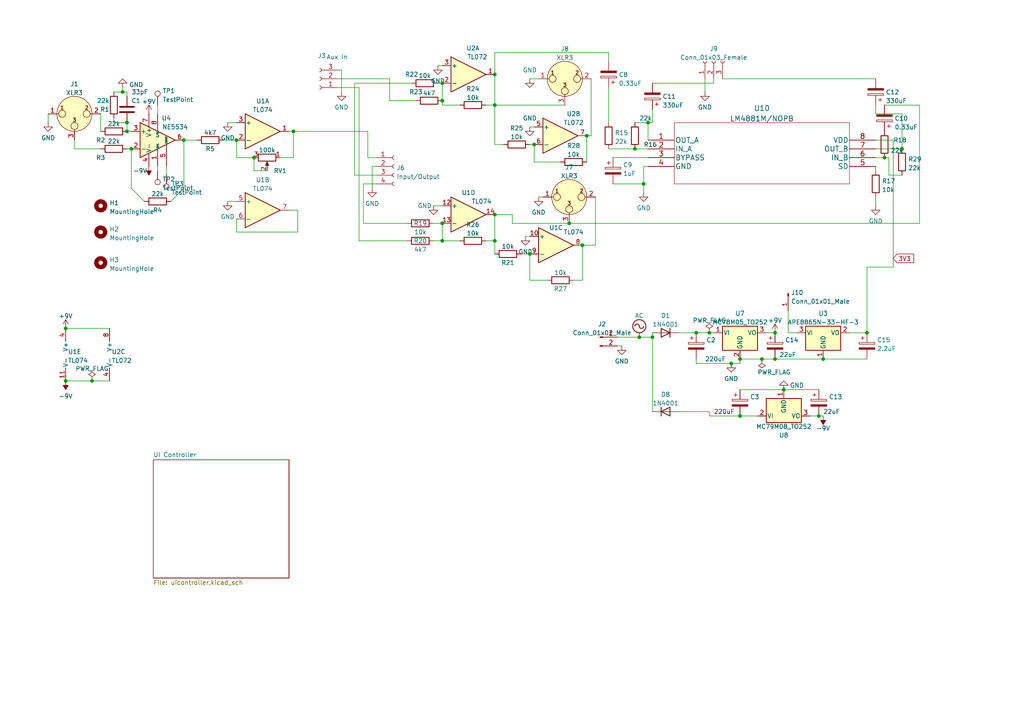
<source format=kicad_sch>
(kicad_sch (version 20230121) (generator eeschema)
  (paper "A4")
  (lib_symbols
    (symbol "2023-02-24_23-31-36:LM4881M{slash}NOPB" (pin_names (offset 0.254))
      (property "Value" "LM4881M{slash}NOPB" (at 33.02 7.62 0))
      (symbol "LM4881M{slash}NOPB_1_1"
        (polyline (pts (xy 7.62 -12.7) (xy 58.42 -12.7)) (stroke (width 0.127)))
        (polyline (pts (xy 7.62 5.08) (xy 7.62 -12.7)) (stroke (width 0.127)))
        (polyline (pts (xy 58.42 -12.7) (xy 58.42 5.08)) (stroke (width 0.127)))
        (polyline (pts (xy 58.42 5.08) (xy 7.62 5.08)) (stroke (width 0.127)))
        (pin output line (at 0 0 0) (length 7.62) (name "OUT_A") (number "1"))
        (pin input line (at 0 -2.54 0) (length 7.62) (name "IN_A") (number "2"))
        (pin passive line (at 0 -5.08 0) (length 7.62) (name "BYPASS") (number "3"))
        (pin power_in line (at 0 -7.62 0) (length 7.62) (name "GND") (number "4"))
        (pin input line (at 66.04 -7.62 180) (length 7.62) (name "SD") (number "5"))
        (pin input line (at 66.04 -5.08 180) (length 7.62) (name "IN_B") (number "6"))
        (pin output line (at 66.04 -2.54 180) (length 7.62) (name "OUT_B") (number "7"))
        (pin power_in line (at 66.04 0 180) (length 7.62) (name "VDD") (number "8"))
      )
    )
    (symbol "Amplifier_Operational:NE5534" (pin_names (offset 0.127))
      (property "Reference" "U" (at 1.27 6.35 0))
      (property "Value" "NE5534" (at 1.27 3.81 0))
      (symbol "NE5534_0_1"
        (polyline (pts (xy -5.08 5.08) (xy 5.08 0) (xy -5.08 -5.08) (xy -5.08 5.08)) (stroke (width 0.254)) (fill (type background)))
      )
      (symbol "NE5534_1_1"
        (pin input line (at 0 -7.62 90) (length 5.08) (name "BAL") (number "1"))
        (pin input line (at -7.62 -2.54 0) (length 2.54) (name "-") (number "2"))
        (pin input line (at -7.62 2.54 0) (length 2.54) (name "+") (number "3"))
        (pin power_in line (at -2.54 -7.62 90) (length 3.81) (name "V-") (number "4"))
        (pin input line (at 2.54 -7.62 90) (length 6.35) (name "COMP") (number "5"))
        (pin output line (at 7.62 0 180) (length 2.54) (name "~") (number "6"))
        (pin power_in line (at -2.54 7.62 270) (length 3.81) (name "V+") (number "7"))
        (pin input line (at 0 7.62 270) (length 5.08) (name "C/B") (number "8"))
      )
    )
    (symbol "Amplifier_Operational:TL072" (pin_names (offset 0.127))
      (property "Reference" "U" (at 0 5.08 0))
      (property "Value" "TL072" (at 0 -5.08 0))
      (symbol "TL072_1_1"
        (polyline (pts (xy -5.08 5.08) (xy 5.08 0) (xy -5.08 -5.08) (xy -5.08 5.08)) (stroke (width 0.254)) (fill (type background)))
        (pin output line (at 7.62 0 180) (length 2.54) (name "~") (number "1"))
        (pin input line (at -7.62 -2.54 0) (length 2.54) (name "-") (number "2"))
        (pin input line (at -7.62 2.54 0) (length 2.54) (name "+") (number "3"))
      )
      (symbol "TL072_2_1"
        (polyline (pts (xy -5.08 5.08) (xy 5.08 0) (xy -5.08 -5.08) (xy -5.08 5.08)) (stroke (width 0.254)) (fill (type background)))
        (pin input line (at -7.62 2.54 0) (length 2.54) (name "+") (number "5"))
        (pin input line (at -7.62 -2.54 0) (length 2.54) (name "-") (number "6"))
        (pin output line (at 7.62 0 180) (length 2.54) (name "~") (number "7"))
      )
      (symbol "TL072_3_1"
        (pin power_in line (at -2.54 -7.62 90) (length 3.81) (name "V-") (number "4"))
        (pin power_in line (at -2.54 7.62 270) (length 3.81) (name "V+") (number "8"))
      )
    )
    (symbol "Amplifier_Operational:TL074" (pin_names (offset 0.127))
      (property "Reference" "U" (at 0 5.08 0))
      (property "Value" "TL074" (at 0 -5.08 0))
      (symbol "TL074_1_1"
        (polyline (pts (xy -5.08 5.08) (xy 5.08 0) (xy -5.08 -5.08) (xy -5.08 5.08)) (stroke (width 0.254)) (fill (type background)))
        (pin output line (at 7.62 0 180) (length 2.54) (name "~") (number "1"))
        (pin input line (at -7.62 -2.54 0) (length 2.54) (name "-") (number "2"))
        (pin input line (at -7.62 2.54 0) (length 2.54) (name "+") (number "3"))
      )
      (symbol "TL074_2_1"
        (polyline (pts (xy -5.08 5.08) (xy 5.08 0) (xy -5.08 -5.08) (xy -5.08 5.08)) (stroke (width 0.254)) (fill (type background)))
        (pin input line (at -7.62 2.54 0) (length 2.54) (name "+") (number "5"))
        (pin input line (at -7.62 -2.54 0) (length 2.54) (name "-") (number "6"))
        (pin output line (at 7.62 0 180) (length 2.54) (name "~") (number "7"))
      )
      (symbol "TL074_3_1"
        (polyline (pts (xy -5.08 5.08) (xy 5.08 0) (xy -5.08 -5.08) (xy -5.08 5.08)) (stroke (width 0.254)) (fill (type background)))
        (pin input line (at -7.62 2.54 0) (length 2.54) (name "+") (number "10"))
        (pin output line (at 7.62 0 180) (length 2.54) (name "~") (number "8"))
        (pin input line (at -7.62 -2.54 0) (length 2.54) (name "-") (number "9"))
      )
      (symbol "TL074_4_1"
        (polyline (pts (xy -5.08 5.08) (xy 5.08 0) (xy -5.08 -5.08) (xy -5.08 5.08)) (stroke (width 0.254)) (fill (type background)))
        (pin input line (at -7.62 2.54 0) (length 2.54) (name "+") (number "12"))
        (pin input line (at -7.62 -2.54 0) (length 2.54) (name "-") (number "13"))
        (pin output line (at 7.62 0 180) (length 2.54) (name "~") (number "14"))
      )
      (symbol "TL074_5_1"
        (pin power_in line (at -2.54 -7.62 90) (length 3.81) (name "V-") (number "11"))
        (pin power_in line (at -2.54 7.62 270) (length 3.81) (name "V+") (number "4"))
      )
    )
    (symbol "Connector:Conn_01x01_Male" (pin_names (offset 1.016) hide)
      (property "Reference" "J" (at 0 2.54 0))
      (property "Value" "Conn_01x01_Male" (at 0 -2.54 0))
      (symbol "Conn_01x01_Male_1_1"
        (polyline (pts (xy 1.27 0) (xy 0.8636 0)) (stroke (width 0.1524)))
        (rectangle (start 0.8636 0.127) (end 0 -0.127) (stroke (width 0.1524)) (fill (type outline)))
        (pin passive line (at 5.08 0 180) (length 3.81) (name "Pin_1") (number "1"))
      )
    )
    (symbol "Connector:Conn_01x02_Male" (pin_names (offset 1.016) hide)
      (property "Reference" "J" (at 0 2.54 0))
      (property "Value" "Conn_01x02_Male" (at 0 -5.08 0))
      (symbol "Conn_01x02_Male_1_1"
        (polyline (pts (xy 1.27 -2.54) (xy 0.8636 -2.54)) (stroke (width 0.1524)))
        (polyline (pts (xy 1.27 0) (xy 0.8636 0)) (stroke (width 0.1524)))
        (rectangle (start 0.8636 -2.413) (end 0 -2.667) (stroke (width 0.1524)) (fill (type outline)))
        (rectangle (start 0.8636 0.127) (end 0 -0.127) (stroke (width 0.1524)) (fill (type outline)))
        (pin passive line (at 5.08 0 180) (length 3.81) (name "Pin_1") (number "1"))
        (pin passive line (at 5.08 -2.54 180) (length 3.81) (name "Pin_2") (number "2"))
      )
    )
    (symbol "Connector:Conn_01x03_Female" (pin_names (offset 1.016) hide)
      (property "Reference" "J" (at 0 5.08 0))
      (property "Value" "Conn_01x03_Female" (at 0 -5.08 0))
      (symbol "Conn_01x03_Female_1_1"
        (arc (start 0 -2.032) (mid -0.5058 -2.54) (end 0 -3.048) (stroke (width 0.1524)))
        (polyline (pts (xy -1.27 -2.54) (xy -0.508 -2.54)) (stroke (width 0.1524)))
        (polyline (pts (xy -1.27 0) (xy -0.508 0)) (stroke (width 0.1524)))
        (polyline (pts (xy -1.27 2.54) (xy -0.508 2.54)) (stroke (width 0.1524)))
        (arc (start 0 0.508) (mid -0.5058 0) (end 0 -0.508) (stroke (width 0.1524)))
        (arc (start 0 3.048) (mid -0.5058 2.54) (end 0 2.032) (stroke (width 0.1524)))
        (pin passive line (at -5.08 2.54 0) (length 3.81) (name "Pin_1") (number "1"))
        (pin passive line (at -5.08 0 0) (length 3.81) (name "Pin_2") (number "2"))
        (pin passive line (at -5.08 -2.54 0) (length 3.81) (name "Pin_3") (number "3"))
      )
    )
    (symbol "Connector:Conn_01x04_Female" (pin_names (offset 1.016) hide)
      (property "Reference" "J" (at 0 5.08 0))
      (property "Value" "Conn_01x04_Female" (at 0 -7.62 0))
      (symbol "Conn_01x04_Female_1_1"
        (arc (start 0 -4.572) (mid -0.5058 -5.08) (end 0 -5.588) (stroke (width 0.1524)))
        (arc (start 0 -2.032) (mid -0.5058 -2.54) (end 0 -3.048) (stroke (width 0.1524)))
        (polyline (pts (xy -1.27 -5.08) (xy -0.508 -5.08)) (stroke (width 0.1524)))
        (polyline (pts (xy -1.27 -2.54) (xy -0.508 -2.54)) (stroke (width 0.1524)))
        (polyline (pts (xy -1.27 0) (xy -0.508 0)) (stroke (width 0.1524)))
        (polyline (pts (xy -1.27 2.54) (xy -0.508 2.54)) (stroke (width 0.1524)))
        (arc (start 0 0.508) (mid -0.5058 0) (end 0 -0.508) (stroke (width 0.1524)))
        (arc (start 0 3.048) (mid -0.5058 2.54) (end 0 2.032) (stroke (width 0.1524)))
        (pin passive line (at -5.08 2.54 0) (length 3.81) (name "Pin_1") (number "1"))
        (pin passive line (at -5.08 0 0) (length 3.81) (name "Pin_2") (number "2"))
        (pin passive line (at -5.08 -2.54 0) (length 3.81) (name "Pin_3") (number "3"))
        (pin passive line (at -5.08 -5.08 0) (length 3.81) (name "Pin_4") (number "4"))
      )
    )
    (symbol "Connector:TestPoint" (pin_numbers hide) (pin_names (offset 0.762) hide)
      (property "Reference" "TP" (at 0 6.858 0))
      (property "Value" "TestPoint" (at 0 5.08 0))
      (symbol "TestPoint_0_1"
        (circle (center 0 3.302) (radius 0.762))
      )
      (symbol "TestPoint_1_1"
        (pin passive line (at 0 0 90) (length 2.54) (name "1") (number "1"))
      )
    )
    (symbol "Connector:XLR3" (pin_names hide)
      (property "Reference" "J" (at 0 8.89 0))
      (property "Value" "XLR3" (at 0 6.35 0))
      (symbol "XLR3_0_1"
        (circle (center -3.556 0) (radius 1.016))
        (circle (center 0 -3.556) (radius 1.016))
        (polyline (pts (xy -5.08 0) (xy -4.572 0)))
        (polyline (pts (xy 0 -5.08) (xy 0 -4.572)))
        (polyline (pts (xy 5.08 0) (xy 4.572 0)))
        (circle (center 0 0) (radius 5.08) (fill (type background)))
        (circle (center 3.556 0) (radius 1.016))
        (text "1" (at -3.556 1.778 0) (effects (font (size 1.016 1.016) bold)))
        (text "2" (at 3.556 1.778 0) (effects (font (size 1.016 1.016) bold)))
        (text "3" (at 0 -1.778 0) (effects (font (size 1.016 1.016) bold)))
        (pin passive line (at -7.62 0 0) (length 2.54) (name "~") (number "1"))
        (pin passive line (at 7.62 0 180) (length 2.54) (name "~") (number "2"))
        (pin passive line (at 0 -7.62 90) (length 2.54) (name "~") (number "3"))
      )
    )
    (symbol "Device:C" (pin_numbers hide) (pin_names (offset 0.254))
      (property "Reference" "C" (at 0.635 2.54 0))
      (property "Value" "C" (at 0.635 -2.54 0))
      (symbol "C_0_1"
        (polyline (pts (xy -2.032 -0.762) (xy 2.032 -0.762)) (stroke (width 0.508)))
        (polyline (pts (xy -2.032 0.762) (xy 2.032 0.762)) (stroke (width 0.508)))
      )
      (symbol "C_1_1"
        (pin passive line (at 0 3.81 270) (length 2.794) (name "~") (number "1"))
        (pin passive line (at 0 -3.81 90) (length 2.794) (name "~") (number "2"))
      )
    )
    (symbol "Device:C_Polarized" (pin_numbers hide) (pin_names (offset 0.254))
      (property "Reference" "C" (at 0.635 2.54 0))
      (property "Value" "C_Polarized" (at 0.635 -2.54 0))
      (symbol "C_Polarized_0_1"
        (rectangle (start -2.286 0.508) (end 2.286 1.016))
        (polyline (pts (xy -1.778 2.286) (xy -0.762 2.286)))
        (polyline (pts (xy -1.27 2.794) (xy -1.27 1.778)))
        (rectangle (start 2.286 -0.508) (end -2.286 -1.016) (fill (type outline)))
      )
      (symbol "C_Polarized_1_1"
        (pin passive line (at 0 3.81 270) (length 2.794) (name "~") (number "1"))
        (pin passive line (at 0 -3.81 90) (length 2.794) (name "~") (number "2"))
      )
    )
    (symbol "Device:R" (pin_numbers hide) (pin_names (offset 0))
      (property "Reference" "R" (at 2.032 0 90))
      (property "Value" "R" (at 0 0 90))
      (symbol "R_0_1"
        (rectangle (start -1.016 -2.54) (end 1.016 2.54) (stroke (width 0.254)))
      )
      (symbol "R_1_1"
        (pin passive line (at 0 3.81 270) (length 1.27) (name "~") (number "1"))
        (pin passive line (at 0 -3.81 90) (length 1.27) (name "~") (number "2"))
      )
    )
    (symbol "Device:R_Potentiometer" (pin_names (offset 1.016) hide)
      (property "Reference" "RV" (at -4.445 0 90))
      (property "Value" "R_Potentiometer" (at -2.54 0 90))
      (symbol "R_Potentiometer_0_1"
        (polyline (pts (xy 2.54 0) (xy 1.524 0)))
        (polyline (pts (xy 1.143 0) (xy 2.286 0.508) (xy 2.286 -0.508) (xy 1.143 0)) (fill (type outline)))
        (rectangle (start 1.016 2.54) (end -1.016 -2.54) (stroke (width 0.254)))
      )
      (symbol "R_Potentiometer_1_1"
        (pin passive line (at 0 3.81 270) (length 1.27) (name "1") (number "1"))
        (pin passive line (at 3.81 0 180) (length 1.27) (name "2") (number "2"))
        (pin passive line (at 0 -3.81 90) (length 1.27) (name "3") (number "3"))
      )
    )
    (symbol "Diode:1N4001" (pin_numbers hide) (pin_names (offset 1.016) hide)
      (property "Reference" "D" (at 0 2.54 0))
      (property "Value" "1N4001" (at 0 -2.54 0))
      (symbol "1N4001_0_1"
        (polyline (pts (xy -1.27 1.27) (xy -1.27 -1.27)) (stroke (width 0.254)))
        (polyline (pts (xy 1.27 0) (xy -1.27 0)))
        (polyline (pts (xy 1.27 1.27) (xy 1.27 -1.27) (xy -1.27 0) (xy 1.27 1.27)) (stroke (width 0.254)))
      )
      (symbol "1N4001_1_1"
        (pin passive line (at -3.81 0 0) (length 2.54) (name "K") (number "1"))
        (pin passive line (at 3.81 0 180) (length 2.54) (name "A") (number "2"))
      )
    )
    (symbol "Mechanical:MountingHole" (pin_names (offset 1.016))
      (property "Reference" "H" (at 0 5.08 0))
      (property "Value" "MountingHole" (at 0 3.175 0))
      (symbol "MountingHole_0_1"
        (circle (center 0 0) (radius 1.27) (stroke (width 1.27)))
      )
    )
    (symbol "Regulator_Linear:APE8865N-33-HF-3" (pin_names (offset 0.254))
      (property "Reference" "U" (at -3.81 3.175 0))
      (property "Value" "APE8865N-33-HF-3" (at 0 3.175 0))
      (symbol "APE8865N-33-HF-3_0_1"
        (rectangle (start -5.08 1.905) (end 5.08 -5.08) (stroke (width 0.254)) (fill (type background)))
      )
      (symbol "APE8865N-33-HF-3_1_1"
        (pin power_in line (at 0 -7.62 90) (length 2.54) (name "GND") (number "1"))
        (pin power_out line (at 7.62 0 180) (length 2.54) (name "VO") (number "2"))
        (pin power_in line (at -7.62 0 0) (length 2.54) (name "VI") (number "3"))
      )
    )
    (symbol "Regulator_Linear:MC78M05_TO252" (pin_names (offset 0.254))
      (property "Reference" "U" (at -3.81 3.175 0))
      (property "Value" "MC78M05_TO252" (at 0 3.175 0))
      (symbol "MC78M05_TO252_0_1"
        (rectangle (start -5.08 1.905) (end 5.08 -5.08) (stroke (width 0.254)) (fill (type background)))
      )
      (symbol "MC78M05_TO252_1_1"
        (pin power_in line (at -7.62 0 0) (length 2.54) (name "VI") (number "1"))
        (pin power_in line (at 0 -7.62 90) (length 2.54) (name "GND") (number "2"))
        (pin power_out line (at 7.62 0 180) (length 2.54) (name "VO") (number "3"))
      )
    )
    (symbol "Regulator_Linear:MC79M08_TO252" (pin_names (offset 0.254))
      (property "Reference" "U" (at -3.81 -3.175 0))
      (property "Value" "MC79M08_TO252" (at 0 -3.175 0))
      (symbol "MC79M08_TO252_0_1"
        (rectangle (start -5.08 5.08) (end 5.08 -1.905) (stroke (width 0.254)) (fill (type background)))
      )
      (symbol "MC79M08_TO252_1_1"
        (pin power_in line (at 0 7.62 270) (length 2.54) (name "GND") (number "1"))
        (pin power_in line (at -7.62 0 0) (length 2.54) (name "VI") (number "2"))
        (pin power_out line (at 7.62 0 180) (length 2.54) (name "VO") (number "3"))
      )
    )
    (symbol "power:+9V" (power) (pin_names (offset 0))
      (property "Value" "+9V" (at 0 3.556 0))
      (symbol "+9V_0_1"
        (polyline (pts (xy -0.762 1.27) (xy 0 2.54)))
        (polyline (pts (xy 0 0) (xy 0 2.54)))
        (polyline (pts (xy 0 2.54) (xy 0.762 1.27)))
      )
      (symbol "+9V_1_1"
        (pin power_in line (at 0 0 90) (length 0) hide (name "+9V") (number "1"))
      )
    )
    (symbol "power:-9V" (power) (pin_names (offset 0))
      (property "Value" "-9V" (at 0 3.81 0))
      (symbol "-9V_0_1"
        (polyline (pts (xy 0 0) (xy 0 2.54)))
        (polyline (pts (xy 0.762 1.27) (xy -0.762 1.27) (xy 0 2.54) (xy 0.762 1.27)) (fill (type outline)))
      )
      (symbol "-9V_1_1"
        (pin power_in line (at 0 0 90) (length 0) hide (name "-9V") (number "1"))
      )
    )
    (symbol "power:AC" (power) (pin_names (offset 0))
      (property "Value" "AC" (at 0 6.35 0))
      (symbol "AC_0_1"
        (polyline (pts (xy 0 0) (xy 0 1.27)))
        (arc (start 0 3.175) (mid -0.635 3.8073) (end -1.27 3.175) (stroke (width 0.254)))
        (arc (start 0 3.175) (mid 0.635 2.5427) (end 1.27 3.175) (stroke (width 0.254)))
        (circle (center 0 3.175) (radius 1.905) (stroke (width 0.254)))
      )
      (symbol "AC_1_1"
        (pin power_in line (at 0 0 90) (length 0) hide (name "AC") (number "1"))
      )
    )
    (symbol "power:GND" (power) (pin_names (offset 0))
      (property "Value" "GND" (at 0 -3.81 0))
      (symbol "GND_0_1"
        (polyline (pts (xy 0 0) (xy 0 -1.27) (xy 1.27 -1.27) (xy 0 -2.54) (xy -1.27 -1.27) (xy 0 -1.27)))
      )
      (symbol "GND_1_1"
        (pin power_in line (at 0 0 270) (length 0) hide (name "GND") (number "1"))
      )
    )
    (symbol "power:PWR_FLAG" (power) (pin_numbers hide) (pin_names (offset 0) hide)
      (property "Value" "PWR_FLAG" (at 0 3.81 0))
      (symbol "PWR_FLAG_0_0"
        (pin power_out line (at 0 0 90) (length 0) (name "pwr") (number "1"))
      )
      (symbol "PWR_FLAG_0_1"
        (polyline (pts (xy 0 0) (xy 0 1.27) (xy -1.016 1.905) (xy 0 2.54) (xy 1.016 1.905) (xy 0 1.27)))
      )
    )
  )
  (junction (at 128.27 24.13))
  (junction (at 143.51 30.48))
  (junction (at 35.56 26.67))
  (junction (at 186.69 53.34))
  (junction (at 214.63 104.14))
  (junction (at 19.05 110.49))
  (junction (at 224.79 96.52))
  (junction (at 170.18 39.37))
  (junction (at 224.79 104.14))
  (junction (at 220.98 104.14))
  (junction (at 26.6948 110.49))
  (junction (at 185.42 97.79))
  (junction (at 205.74 96.52))
  (junction (at 189.23 97.79))
  (junction (at 143.51 62.23))
  (junction (at 165.1 64.77))
  (junction (at 251.46 96.52))
  (junction (at 153.67 73.66))
  (junction (at 238.76 104.14))
  (junction (at 184.15 43.18))
  (junction (at 154.94 41.91))
  (junction (at 128.27 64.77))
  (junction (at 256.54 45.72))
  (junction (at 53.34 40.64))
  (junction (at 237.49 120.65))
  (junction (at 19.05 95.25))
  (junction (at 38.1 43.18))
  (junction (at 36.83 38.1))
  (junction (at 187.96 35.56))
  (junction (at 143.51 69.85))
  (junction (at 68.58 40.64))
  (junction (at 128.27 29.21))
  (junction (at 201.93 96.52))
  (junction (at 227.33 113.03))
  (junction (at 85.09 38.1))
  (junction (at 214.63 120.65))
  (junction (at 128.27 69.85))
  (junction (at 73.66 45.72))
  (junction (at 168.91 71.12))
  (junction (at 212.09 105.41))
  (junction (at 143.51 21.59))
  (junction (at 261.62 43.18))
  (junction (at 36.83 35.56))
  (wire (pts (xy 165.1 64.77) (xy 266.7 64.77)))
  (wire (pts (xy 176.53 43.18) (xy 184.15 43.18)))
  (wire (pts (xy 36.83 27.94) (xy 36.83 26.67)))
  (wire (pts (xy 212.09 105.41) (xy 201.93 105.41)))
  (wire (pts (xy 104.14 69.85) (xy 118.11 69.85)))
  (wire (pts (xy 254 33.02) (xy 254 30.48)))
  (wire (pts (xy 45.72 48.26) (xy 45.72 49.53)))
  (wire (pts (xy 214.63 104.14) (xy 214.63 105.41)))
  (wire (pts (xy 254 57.15) (xy 254 59.69)))
  (wire (pts (xy 49.53 58.42) (xy 53.34 54.61)))
  (wire (pts (xy 205.74 119.38) (xy 205.74 120.65)))
  (wire (pts (xy 166.37 81.28) (xy 168.91 81.28)))
  (wire (pts (xy 19.05 95.25) (xy 31.75 95.25)))
  (wire (pts (xy 127 19.05) (xy 128.27 19.05)))
  (wire (pts (xy 102.87 24.13) (xy 102.87 50.8)))
  (wire (pts (xy 113.03 29.21) (xy 113.03 22.86)))
  (wire (pts (xy 152.4 68.58) (xy 153.67 68.58)))
  (wire (pts (xy 85.09 38.1) (xy 83.82 38.1)))
  (wire (pts (xy 105.41 64.77) (xy 105.41 53.34)))
  (wire (pts (xy 85.09 45.72) (xy 85.09 38.1)))
  (wire (pts (xy 36.83 43.18) (xy 38.1 43.18)))
  (wire (pts (xy 153.67 36.83) (xy 154.94 36.83)))
  (wire (pts (xy 261.62 50.8) (xy 257.81 50.8)))
  (wire (pts (xy 21.59 43.18) (xy 29.21 43.18)))
  (wire (pts (xy 143.51 30.48) (xy 143.51 21.59)))
  (wire (pts (xy 224.79 104.14) (xy 238.76 104.14)))
  (wire (pts (xy 73.66 49.53) (xy 73.66 45.72)))
  (wire (pts (xy 97.79 22.86) (xy 113.03 22.86)))
  (wire (pts (xy 187.96 35.56) (xy 189.23 35.56)))
  (wire (pts (xy 143.51 62.23) (xy 148.59 62.23)))
  (wire (pts (xy 257.81 50.8) (xy 257.81 45.72)))
  (wire (pts (xy 261.62 33.02) (xy 254 33.02)))
  (wire (pts (xy 81.28 45.72) (xy 85.09 45.72)))
  (wire (pts (xy 128.27 30.48) (xy 133.35 30.48)))
  (wire (pts (xy 259.08 40.64) (xy 254 40.64)))
  (wire (pts (xy 171.45 22.86) (xy 171.45 39.37)))
  (wire (pts (xy 187.96 35.56) (xy 184.15 35.56)))
  (wire (pts (xy 179.07 100.33) (xy 180.34 100.33)))
  (wire (pts (xy 45.72 30.48) (xy 45.72 33.02)))
  (wire (pts (xy 86.36 60.96) (xy 83.82 60.96)))
  (wire (pts (xy 33.02 34.29) (xy 33.02 35.56)))
  (wire (pts (xy 128.27 24.13) (xy 128.27 29.21)))
  (wire (pts (xy 222.25 96.52) (xy 224.79 96.52)))
  (wire (pts (xy 214.63 104.14) (xy 220.98 104.14)))
  (wire (pts (xy 143.51 30.48) (xy 163.83 30.48)))
  (wire (pts (xy 185.42 97.79) (xy 189.23 97.79)))
  (wire (pts (xy 153.67 73.66) (xy 153.67 81.28)))
  (wire (pts (xy 189.23 35.56) (xy 189.23 31.75)))
  (wire (pts (xy 128.27 69.85) (xy 133.35 69.85)))
  (wire (pts (xy 85.09 38.1) (xy 106.68 38.1)))
  (wire (pts (xy 172.72 71.12) (xy 172.72 57.15)))
  (wire (pts (xy 38.1 43.18) (xy 38.1 54.61)))
  (wire (pts (xy 201.93 96.52) (xy 205.74 96.52)))
  (wire (pts (xy 259.08 77.47) (xy 259.08 40.64)))
  (wire (pts (xy 153.67 41.91) (xy 154.94 41.91)))
  (wire (pts (xy 154.94 41.91) (xy 154.94 46.99)))
  (wire (pts (xy 143.51 69.85) (xy 143.51 62.23)))
  (wire (pts (xy 237.49 120.65) (xy 238.76 120.65)))
  (wire (pts (xy 196.85 96.52) (xy 201.93 96.52)))
  (wire (pts (xy 170.18 39.37) (xy 170.18 46.99)))
  (wire (pts (xy 234.95 120.65) (xy 237.49 120.65)))
  (wire (pts (xy 238.76 104.14) (xy 251.46 104.14)))
  (wire (pts (xy 68.58 63.5) (xy 68.58 67.31)))
  (wire (pts (xy 209.55 22.86) (xy 254 22.86)))
  (wire (pts (xy 189.23 97.79) (xy 189.23 119.38)))
  (wire (pts (xy 153.67 81.28) (xy 158.75 81.28)))
  (wire (pts (xy 143.51 30.48) (xy 143.51 41.91)))
  (wire (pts (xy 127 24.13) (xy 128.27 24.13)))
  (wire (pts (xy 105.41 64.77) (xy 118.11 64.77)))
  (wire (pts (xy 246.38 96.52) (xy 251.46 96.52)))
  (wire (pts (xy 128.27 64.77) (xy 128.27 69.85)))
  (wire (pts (xy 189.23 24.13) (xy 207.01 24.13)))
  (wire (pts (xy 36.83 35.56) (xy 36.83 38.1)))
  (wire (pts (xy 66.04 58.42) (xy 68.58 58.42)))
  (wire (pts (xy 176.53 25.4) (xy 176.53 35.56)))
  (wire (pts (xy 33.02 35.56) (xy 36.83 35.56)))
  (wire (pts (xy 26.6948 110.49) (xy 31.75 110.49)))
  (wire (pts (xy 207.01 24.13) (xy 207.01 22.86)))
  (wire (pts (xy 201.93 105.41) (xy 201.93 104.14)))
  (wire (pts (xy 153.67 22.86) (xy 156.21 22.86)))
  (wire (pts (xy 148.59 62.23) (xy 148.59 64.77)))
  (wire (pts (xy 177.8 45.72) (xy 187.96 45.72)))
  (wire (pts (xy 64.77 40.64) (xy 68.58 40.64)))
  (wire (pts (xy 220.98 104.14) (xy 224.79 104.14)))
  (wire (pts (xy 107.95 48.26) (xy 109.22 48.26)))
  (wire (pts (xy 151.13 73.66) (xy 153.67 73.66)))
  (wire (pts (xy 99.06 20.32) (xy 97.79 20.32)))
  (wire (pts (xy 251.46 77.47) (xy 259.08 77.47)))
  (wire (pts (xy 35.56 25.4) (xy 35.56 26.67)))
  (wire (pts (xy 19.05 110.49) (xy 26.6948 110.49)))
  (wire (pts (xy 228.6 96.52) (xy 231.14 96.52)))
  (wire (pts (xy 184.15 43.18) (xy 187.96 43.18)))
  (wire (pts (xy 125.73 64.77) (xy 128.27 64.77)))
  (wire (pts (xy 21.59 40.64) (xy 21.59 43.18)))
  (wire (pts (xy 99.06 26.67) (xy 99.06 20.32)))
  (wire (pts (xy 205.74 96.52) (xy 207.01 96.52)))
  (wire (pts (xy 186.69 53.34) (xy 186.69 55.88)))
  (wire (pts (xy 196.85 119.38) (xy 205.74 119.38)))
  (wire (pts (xy 171.45 39.37) (xy 170.18 39.37)))
  (wire (pts (xy 107.95 54.61) (xy 107.95 48.26)))
  (wire (pts (xy 140.97 69.85) (xy 143.51 69.85)))
  (wire (pts (xy 86.36 67.31) (xy 68.58 67.31)))
  (wire (pts (xy 143.51 69.85) (xy 143.51 73.66)))
  (wire (pts (xy 168.91 81.28) (xy 168.91 71.12)))
  (wire (pts (xy 176.53 15.24) (xy 176.53 17.78)))
  (wire (pts (xy 143.51 15.24) (xy 176.53 15.24)))
  (wire (pts (xy 254 43.18) (xy 261.62 43.18)))
  (wire (pts (xy 168.91 71.12) (xy 172.72 71.12)))
  (wire (pts (xy 73.66 45.72) (xy 68.58 45.72)))
  (wire (pts (xy 13.97 33.02) (xy 13.97 35.56)))
  (wire (pts (xy 102.87 24.13) (xy 119.38 24.13)))
  (wire (pts (xy 29.21 33.02) (xy 29.21 38.1)))
  (wire (pts (xy 102.87 50.8) (xy 109.22 50.8)))
  (wire (pts (xy 148.59 64.77) (xy 165.1 64.77)))
  (wire (pts (xy 33.02 26.67) (xy 35.56 26.67)))
  (wire (pts (xy 125.73 69.85) (xy 128.27 69.85)))
  (wire (pts (xy 214.63 113.03) (xy 227.33 113.03)))
  (wire (pts (xy 227.33 113.03) (xy 237.49 113.03)))
  (wire (pts (xy 41.91 58.42) (xy 38.1 54.61)))
  (wire (pts (xy 113.03 29.21) (xy 120.65 29.21)))
  (wire (pts (xy 35.56 26.67) (xy 36.83 26.67)))
  (wire (pts (xy 179.07 97.79) (xy 185.42 97.79)))
  (wire (pts (xy 104.14 25.4) (xy 104.14 69.85)))
  (wire (pts (xy 251.46 77.47) (xy 251.46 96.52)))
  (wire (pts (xy 189.23 96.52) (xy 189.23 97.79)))
  (wire (pts (xy 104.14 25.4) (xy 97.79 25.4)))
  (wire (pts (xy 214.63 120.65) (xy 219.71 120.65)))
  (wire (pts (xy 154.94 46.99) (xy 162.56 46.99)))
  (wire (pts (xy 143.51 21.59) (xy 143.51 15.24)))
  (wire (pts (xy 106.68 45.72) (xy 109.22 45.72)))
  (wire (pts (xy 48.26 48.26) (xy 48.26 50.8)))
  (wire (pts (xy 186.69 48.26) (xy 186.69 53.34)))
  (wire (pts (xy 204.47 22.86) (xy 204.47 26.67)))
  (wire (pts (xy 266.7 64.77) (xy 266.7 30.48)))
  (wire (pts (xy 228.6 90.17) (xy 228.6 96.52)))
  (wire (pts (xy 205.74 120.65) (xy 214.63 120.65)))
  (wire (pts (xy 106.68 38.1) (xy 106.68 45.72)))
  (wire (pts (xy 66.04 35.56) (xy 68.58 35.56)))
  (wire (pts (xy 140.97 30.48) (xy 143.51 30.48)))
  (wire (pts (xy 177.8 53.34) (xy 186.69 53.34)))
  (wire (pts (xy 53.34 40.64) (xy 53.34 54.61)))
  (wire (pts (xy 77.47 49.53) (xy 73.66 49.53)))
  (wire (pts (xy 36.83 38.1) (xy 38.1 38.1)))
  (wire (pts (xy 143.51 41.91) (xy 146.05 41.91)))
  (wire (pts (xy 86.36 60.96) (xy 86.36 67.31)))
  (wire (pts (xy 68.58 45.72) (xy 68.58 40.64)))
  (wire (pts (xy 187.96 48.26) (xy 186.69 48.26)))
  (wire (pts (xy 105.41 53.34) (xy 109.22 53.34)))
  (wire (pts (xy 256.54 45.72) (xy 254 45.72)))
  (wire (pts (xy 257.81 45.72) (xy 256.54 45.72)))
  (wire (pts (xy 254 48.26) (xy 254 49.53)))
  (wire (pts (xy 261.62 43.18) (xy 261.62 33.02)))
  (wire (pts (xy 128.27 29.21) (xy 128.27 30.48)))
  (wire (pts (xy 256.54 30.48) (xy 266.7 30.48)))
  (wire (pts (xy 214.63 105.41) (xy 212.09 105.41)))
  (wire (pts (xy 187.96 40.64) (xy 187.96 35.56)))
  (wire (pts (xy 156.21 57.15) (xy 157.48 57.15)))
  (wire (pts (xy 125.73 59.69) (xy 128.27 59.69)))
  (wire (pts (xy 53.34 40.64) (xy 57.15 40.64)))
  (global_label "3V3" (shape input) (at 259.08 74.93 0) (property "Intersheetrefs" "${INTERSHEET_REFS}" (effects hide)))
  (symbol (lib_id "Device:R") (at 256.54 41.91 180) (unit 1)
    (property "Reference" "R18" (at 259.08 40.64 0) (effects (justify right)))
    (property "Value" "22k" (at 258.318 43.6122 0) (effects (justify right)))
    (property "Footprint" "Resistor_SMD:R_0603_1608Metric_Pad0.98x0.95mm_HandSolder" (effects hide))
  )
  (symbol (lib_id "power:PWR_FLAG") (at 205.74 96.52 0) (unit 1)
    (property "Reference" "#FLG0101" (effects hide))
    (property "Value" "PWR_FLAG" (at 205.74 92.9442 0))
  )
  (symbol (lib_id "power:+9V") (at 43.18 33.02 0) (unit 1)
    (property "Reference" "#PWR06" (effects hide))
    (property "Value" "+9V" (at 43.18 29.4442 0))
  )
  (symbol (lib_id "power:AC") (at 185.42 97.79 0) (unit 1)
    (property "Reference" "#PWR0119" (effects hide))
    (property "Value" "AC" (at 185.42 91.5472 0))
  )
  (symbol (lib_id "power:+9V") (at 224.79 96.52 0) (unit 1)
    (property "Reference" "#PWR0115" (effects hide))
    (property "Value" "+9V" (at 224.79 92.9442 0))
  )
  (symbol (lib_id "Device:R") (at 149.86 41.91 90) (unit 1)
    (property "Reference" "R25" (at 149.86 37.1942 90))
    (property "Value" "10k" (at 149.86 39.7311 90))
    (property "Footprint" "Resistor_SMD:R_0603_1608Metric_Pad0.98x0.95mm_HandSolder" (effects hide))
  )
  (symbol (lib_id "Amplifier_Operational:TL072") (at 135.89 21.59 0) (unit 1)
    (property "Reference" "U2" (at 137.16 13.97 0))
    (property "Value" "TL072" (at 138.43 16.51 0))
    (property "Footprint" "Package_SO:SOIC-8_3.9x4.9mm_P1.27mm" (effects hide))
    (property "Datasheet" "http://www.ti.com/lit/ds/symlink/tl071.pdf" (effects hide))
  )
  (symbol (lib_id "Device:C_Polarized") (at 256.54 34.29 180) (unit 1)
    (property "Reference" "C10" (at 259.461 34.3443 0) (effects (justify right)))
    (property "Value" "0.33uF" (at 259.461 36.8812 0) (effects (justify right)))
    (property "Footprint" "Capacitor_SMD:CP_Elec_4x4.5" (effects hide))
  )
  (symbol (lib_id "Connector:Conn_01x01_Male") (at 228.6 85.09 270) (unit 1)
    (property "Reference" "J10" (at 229.4382 84.8903 90) (effects (justify left)))
    (property "Value" "Conn_01x01_Male" (at 229.4382 87.4272 90) (effects (justify left)))
    (property "Footprint" "Connector_PinHeader_2.54mm:PinHeader_1x01_P2.54mm_Vertical" (effects hide))
  )
  (symbol (lib_id "Device:R") (at 147.32 73.66 90) (unit 1)
    (property "Reference" "R21" (at 147.32 76.2 90))
    (property "Value" "10k" (at 147.32 71.4811 90))
    (property "Footprint" "Resistor_SMD:R_0603_1608Metric_Pad0.98x0.95mm_HandSolder" (effects hide))
  )
  (symbol (lib_id "2023-02-24_23-31-36:LM4881M{slash}NOPB") (at 187.96 40.64 0) (unit 1)
    (property "Reference" "U10" (at 220.98 31.4124 0) (effects (font (size 1.524 1.524))))
    (property "Value" "LM4881M/NOPB" (at 220.98 34.4058 0) (effects (font (size 1.524 1.524))))
    (property "Footprint" "Package_SO:SOIC-8_3.9x4.9mm_P1.27mm" (effects hide))
  )
  (symbol (lib_id "Amplifier_Operational:TL072") (at 34.29 102.87 0) (unit 3)
    (property "Reference" "U2" (at 32.385 102.0353 0) (effects (justify left)))
    (property "Value" "TL072" (at 32.385 104.5722 0) (effects (justify left)))
    (property "Footprint" "Package_SO:SOIC-8_3.9x4.9mm_P1.27mm" (effects hide))
    (property "Datasheet" "http://www.ti.com/lit/ds/symlink/tl071.pdf" (effects hide))
  )
  (symbol (lib_id "Amplifier_Operational:TL074") (at 135.89 62.23 0) (unit 4)
    (property "Reference" "U1" (at 135.89 55.88 0))
    (property "Value" "TL074" (at 139.7 58.42 0))
    (property "Footprint" "Package_SO:SOIC-14_3.9x8.7mm_P1.27mm" (effects hide))
    (property "Datasheet" "http://www.ti.com/lit/ds/symlink/tl071.pdf" (effects hide))
  )
  (symbol (lib_id "power:GND") (at 127 19.05 0) (unit 1)
    (property "Reference" "#PWR0111" (effects hide))
    (property "Value" "GND" (at 127 23.4934 0))
  )
  (symbol (lib_id "Device:R") (at 33.02 38.1 90) (unit 1)
    (property "Reference" "R2" (at 29.21 40.64 90))
    (property "Value" "22k" (at 33.02 35.9211 90))
    (property "Footprint" "Resistor_SMD:R_0603_1608Metric_Pad0.98x0.95mm_HandSolder" (effects hide))
  )
  (symbol (lib_id "Device:C_Polarized") (at 189.23 27.94 180) (unit 1)
    (property "Reference" "C11" (at 192.151 27.9943 0) (effects (justify right)))
    (property "Value" "330uF" (at 192.151 30.5312 0) (effects (justify right)))
    (property "Footprint" "Capacitor_SMD:CP_Elec_6.3x7.7" (effects hide))
  )
  (symbol (lib_id "Device:R") (at 184.15 39.37 180) (unit 1)
    (property "Reference" "R16" (at 186.69 41.91 0) (effects (justify right)))
    (property "Value" "22k" (at 185.42 34.29 0) (effects (justify right)))
    (property "Footprint" "Resistor_SMD:R_0603_1608Metric_Pad0.98x0.95mm_HandSolder" (effects hide))
  )
  (symbol (lib_id "Amplifier_Operational:NE5534") (at 45.72 40.64 0) (unit 1)
    (property "Reference" "U4" (at 48.26 34.29 0))
    (property "Value" "NE5534" (at 50.8 36.83 0))
    (property "Footprint" "Package_SO:SOIC-8_3.9x4.9mm_P1.27mm" (effects hide))
    (property "Datasheet" "http://www.ti.com/lit/ds/symlink/ne5534.pdf" (effects hide))
  )
  (symbol (lib_id "power:GND") (at 13.97 35.56 0) (unit 1)
    (property "Reference" "#PWR01" (effects hide))
    (property "Value" "GND" (at 13.97 40.0034 0))
  )
  (symbol (lib_id "Device:R") (at 121.92 64.77 90) (unit 1)
    (property "Reference" "R19" (at 121.92 64.77 90))
    (property "Value" "10k" (at 121.92 67.31 90))
    (property "Footprint" "Resistor_SMD:R_0603_1608Metric_Pad0.98x0.95mm_HandSolder" (effects hide))
  )
  (symbol (lib_id "power:GND") (at 153.67 36.83 0) (unit 1)
    (property "Reference" "#PWR0107" (effects hide))
    (property "Value" "GND" (at 153.67 34.29 0))
  )
  (symbol (lib_id "Amplifier_Operational:TL074") (at 21.59 102.87 0) (unit 5)
    (property "Reference" "U1" (at 19.685 102.0353 0) (effects (justify left)))
    (property "Value" "TL074" (at 19.685 104.5722 0) (effects (justify left)))
    (property "Footprint" "Package_SO:SOIC-14_3.9x8.7mm_P1.27mm" (effects hide))
    (property "Datasheet" "http://www.ti.com/lit/ds/symlink/tl071.pdf" (effects hide))
  )
  (symbol (lib_id "Regulator_Linear:MC79M08_TO252") (at 227.33 120.65 0) (unit 1)
    (property "Reference" "U8" (at 227.33 126.2548 0))
    (property "Value" "MC79M08_TO252" (at 227.33 123.7179 0))
    (property "Footprint" "Package_TO_SOT_SMD:TO-252-2" (effects hide))
    (property "Datasheet" "http://www.onsemi.com/pub/Collateral/MC79M00-D.PDF" (effects hide))
  )
  (symbol (lib_id "Device:C_Polarized") (at 201.93 100.33 0) (unit 1)
    (property "Reference" "C2" (at 204.851 98.6063 0) (effects (justify left)))
    (property "Value" "220uF" (at 204.47 104.14 0) (effects (justify left)))
    (property "Footprint" "Capacitor_SMD:CP_Elec_6.3x7.7" (effects hide))
  )
  (symbol (lib_id "Amplifier_Operational:TL074") (at 76.2 60.96 0) (unit 2)
    (property "Reference" "U1" (at 76.2 52.1802 0))
    (property "Value" "TL074" (at 76.2 54.7171 0))
    (property "Footprint" "Package_SO:SOIC-14_3.9x8.7mm_P1.27mm" (effects hide))
    (property "Datasheet" "http://www.ti.com/lit/ds/symlink/tl071.pdf" (effects hide))
  )
  (symbol (lib_id "Device:C_Polarized") (at 214.63 116.84 0) (unit 1)
    (property "Reference" "C3" (at 217.551 115.1163 0) (effects (justify left)))
    (property "Value" "220uF" (at 207.01 119.38 0) (effects (justify left)))
    (property "Footprint" "Capacitor_SMD:CP_Elec_6.3x7.7" (effects hide))
  )
  (symbol (lib_id "Connector:TestPoint") (at 45.72 49.53 180) (unit 1)
    (property "Reference" "TP2" (at 47.117 51.9973 0) (effects (justify right)))
    (property "Value" "TestPoint" (at 47.117 54.5342 0) (effects (justify right)))
    (property "Footprint" "TestPoint:TestPoint_Pad_D1.5mm" (effects hide))
  )
  (symbol (lib_id "power:GND") (at 35.56 25.4 180) (unit 1)
    (property "Reference" "#PWR0102" (effects hide))
    (property "Value" "GND" (at 37.465 24.5638 0) (effects (justify right)))
  )
  (symbol (lib_id "Device:R") (at 162.56 81.28 90) (unit 1)
    (property "Reference" "R27" (at 162.56 83.82 90))
    (property "Value" "10k" (at 162.56 79.1011 90))
    (property "Footprint" "Resistor_SMD:R_0603_1608Metric_Pad0.98x0.95mm_HandSolder" (effects hide))
  )
  (symbol (lib_id "Device:R") (at 123.19 24.13 90) (unit 1)
    (property "Reference" "R22" (at 119.38 21.59 90))
    (property "Value" "10k" (at 123.19 21.9511 90))
    (property "Footprint" "Resistor_SMD:R_0603_1608Metric_Pad0.98x0.95mm_HandSolder" (effects hide))
  )
  (symbol (lib_id "Device:C_Polarized") (at 176.53 21.59 180) (unit 1)
    (property "Reference" "C8" (at 179.451 21.6443 0) (effects (justify right)))
    (property "Value" "0.33uF" (at 179.451 24.1812 0) (effects (justify right)))
    (property "Footprint" "Capacitor_SMD:CP_Elec_4x4.5" (effects hide))
  )
  (symbol (lib_id "Device:C_Polarized") (at 224.79 100.33 0) (unit 1)
    (property "Reference" "C14" (at 227.711 98.6063 0) (effects (justify left)))
    (property "Value" "22uF" (at 226.06 102.87 0) (effects (justify left)))
    (property "Footprint" "Capacitor_SMD:CP_Elec_4x4.5" (effects hide))
  )
  (symbol (lib_id "power:PWR_FLAG") (at 26.6948 110.49 0) (unit 1)
    (property "Reference" "#FLG0102" (effects hide))
    (property "Value" "PWR_FLAG" (at 26.6948 106.9142 0))
  )
  (symbol (lib_id "Diode:1N4001") (at 193.04 96.52 180) (unit 1)
    (property "Reference" "D1" (at 193.04 91.5502 0))
    (property "Value" "1N4001" (at 193.04 94.0871 0))
    (property "Footprint" "Diode_THT:D_DO-41_SOD81_P10.16mm_Horizontal" (effects hide))
    (property "Datasheet" "http://www.vishay.com/docs/88503/1n4001.pdf" (effects hide))
  )
  (symbol (lib_id "power:GND") (at 227.33 113.03 180) (unit 1)
    (property "Reference" "#PWR0113" (effects hide))
    (property "Value" "GND" (at 231.14 111.76 0))
  )
  (symbol (lib_id "Mechanical:MountingHole") (at 29.21 59.69 0) (unit 1)
    (property "Reference" "H1" (at 31.75 58.8553 0) (effects (justify left)))
    (property "Value" "MountingHole" (at 31.75 61.3922 0) (effects (justify left)))
    (property "Footprint" "MountingHole:MountingHole_3.2mm_M3" (effects hide))
  )
  (symbol (lib_id "power:GND") (at 180.34 100.33 0) (unit 1)
    (property "Reference" "#PWR0114" (effects hide))
    (property "Value" "GND" (at 180.34 104.7734 0))
  )
  (symbol (lib_id "Device:R_Potentiometer") (at 77.47 45.72 270) (unit 1)
    (property "Reference" "RV1" (at 81.28 49.53 90))
    (property "Value" "100k" (at 77.47 43.5411 90))
    (property "Footprint" "Connector_PinHeader_2.54mm:PinHeader_1x03_P2.54mm_Vertical" (effects hide))
  )
  (symbol (lib_id "Amplifier_Operational:TL072") (at 162.56 39.37 0) (unit 2)
    (property "Reference" "U2" (at 166.37 33.0231 0))
    (property "Value" "TL072" (at 166.37 35.56 0))
    (property "Footprint" "Package_SO:SOIC-8_3.9x4.9mm_P1.27mm" (effects hide))
    (property "Datasheet" "http://www.ti.com/lit/ds/symlink/tl071.pdf" (effects hide))
  )
  (symbol (lib_id "Connector:XLR3") (at 163.83 22.86 0) (unit 1)
    (property "Reference" "J8" (at 163.83 14.2072 0))
    (property "Value" "XLR3" (at 163.83 16.7441 0))
    (property "Footprint" "Connector_PinHeader_2.54mm:PinHeader_1x03_P2.54mm_Vertical" (effects hide))
    (property "Datasheet" " ~" (effects hide))
  )
  (symbol (lib_id "Connector:Conn_01x02_Male") (at 173.99 97.79 0) (unit 1)
    (property "Reference" "J2" (at 174.625 94.014 0))
    (property "Value" "Conn_01x02_Male" (at 174.625 96.5509 0))
    (property "Footprint" "Connector_PinHeader_2.54mm:PinHeader_1x02_P2.54mm_Vertical" (effects hide))
  )
  (symbol (lib_id "Connector:TestPoint") (at 48.26 50.8 180) (unit 1)
    (property "Reference" "TP3" (at 49.657 53.2673 0) (effects (justify right)))
    (property "Value" "TestPoint" (at 49.657 55.8042 0) (effects (justify right)))
    (property "Footprint" "TestPoint:TestPoint_Pad_D1.5mm" (effects hide))
  )
  (symbol (lib_id "Regulator_Linear:APE8865N-33-HF-3") (at 238.76 96.52 0) (unit 1)
    (property "Reference" "U3" (at 238.76 90.9152 0))
    (property "Value" "APE8865N-33-HF-3" (at 238.76 93.4521 0))
    (property "Footprint" "Package_TO_SOT_SMD:SOT-23" (effects hide))
    (property "Datasheet" "http://www.tme.eu/fr/Document/ced3461ed31ea70a3c416fb648e0cde7/APE8865-3.pdf" (effects hide))
  )
  (symbol (lib_id "power:GND") (at 66.04 35.56 0) (unit 1)
    (property "Reference" "#PWR0106" (effects hide))
    (property "Value" "GND" (at 66.04 40.0034 0))
  )
  (symbol (lib_id "power:GND") (at 66.04 58.42 0) (unit 1)
    (property "Reference" "#PWR0104" (effects hide))
    (property "Value" "GND" (at 66.04 62.8634 0))
  )
  (symbol (lib_id "power:GND") (at 153.67 22.86 0) (unit 1)
    (property "Reference" "#PWR0109" (effects hide))
    (property "Value" "GND" (at 153.67 20.32 0))
  )
  (symbol (lib_id "power:GND") (at 186.69 55.88 0) (unit 1)
    (property "Reference" "#PWR016" (effects hide))
    (property "Value" "GND" (at 186.69 60.3234 0))
  )
  (symbol (lib_id "Device:R") (at 124.46 29.21 90) (unit 1)
    (property "Reference" "R23" (at 120.65 26.67 90))
    (property "Value" "4k7" (at 124.46 27.0311 90))
    (property "Footprint" "Resistor_SMD:R_0603_1608Metric_Pad0.98x0.95mm_HandSolder" (effects hide))
  )
  (symbol (lib_id "Device:R") (at 33.02 43.18 90) (unit 1)
    (property "Reference" "R3" (at 29.21 45.72 90))
    (property "Value" "22k" (at 33.02 41.0011 90))
    (property "Footprint" "Resistor_SMD:R_0603_1608Metric_Pad0.98x0.95mm_HandSolder" (effects hide))
  )
  (symbol (lib_id "Device:C_Polarized") (at 177.8 49.53 0) (unit 1)
    (property "Reference" "C9" (at 180.721 47.8063 0) (effects (justify left)))
    (property "Value" "1uF" (at 180.721 50.3432 0) (effects (justify left)))
    (property "Footprint" "Capacitor_SMD:CP_Elec_4x4.5" (effects hide))
  )
  (symbol (lib_id "Device:R") (at 45.72 58.42 90) (unit 1)
    (property "Reference" "R4" (at 45.72 60.96 90))
    (property "Value" "22k" (at 45.72 56.2411 90))
    (property "Footprint" "Resistor_SMD:R_0603_1608Metric_Pad0.98x0.95mm_HandSolder" (effects hide))
  )
  (symbol (lib_id "power:GND") (at 212.09 105.41 0) (mirror y) (unit 1)
    (property "Reference" "#PWR0112" (effects hide))
    (property "Value" "GND" (at 212.09 109.8534 0))
  )
  (symbol (lib_id "power:GND") (at 156.21 57.15 0) (unit 1)
    (property "Reference" "#PWR0108" (effects hide))
    (property "Value" "GND" (at 156.21 61.5934 0))
  )
  (symbol (lib_id "Device:R") (at 33.02 30.48 0) (unit 1)
    (property "Reference" "R1" (at 31.75 31.75 0) (effects (justify right)))
    (property "Value" "22k" (at 31.75 29.21 0) (effects (justify right)))
    (property "Footprint" "Resistor_SMD:R_0603_1608Metric_Pad0.98x0.95mm_HandSolder" (effects hide))
  )
  (symbol (lib_id "Diode:1N4001") (at 193.04 119.38 0) (unit 1)
    (property "Reference" "D8" (at 193.04 114.4102 0))
    (property "Value" "1N4001" (at 193.04 116.9471 0))
    (property "Footprint" "Diode_THT:D_DO-41_SOD81_P10.16mm_Horizontal" (effects hide))
    (property "Datasheet" "http://www.vishay.com/docs/88503/1n4001.pdf" (effects hide))
  )
  (symbol (lib_id "Device:R") (at 121.92 69.85 90) (unit 1)
    (property "Reference" "R20" (at 121.92 69.85 90))
    (property "Value" "4k7" (at 121.92 72.39 90))
    (property "Footprint" "Resistor_SMD:R_0603_1608Metric_Pad0.98x0.95mm_HandSolder" (effects hide))
  )
  (symbol (lib_id "Device:R") (at 137.16 69.85 90) (unit 1)
    (property "Reference" "R26" (at 137.16 65.1342 90))
    (property "Value" "10k" (at 137.16 67.6711 90))
    (property "Footprint" "Resistor_SMD:R_0603_1608Metric_Pad0.98x0.95mm_HandSolder" (effects hide))
  )
  (symbol (lib_id "Connector:Conn_01x03_Female") (at 92.71 22.86 180) (unit 1)
    (property "Reference" "J3" (at 93.345 16.163 0))
    (property "Value" "Aux In" (at 97.79 16.51 0))
    (property "Footprint" "Connector_PinHeader_2.54mm:PinHeader_1x03_P2.54mm_Vertical" (effects hide))
  )
  (symbol (lib_id "Connector:Conn_01x03_Female") (at 207.01 17.78 90) (unit 1)
    (property "Reference" "J9" (at 207.01 14.131 90))
    (property "Value" "Conn_01x03_Female" (at 207.01 16.6679 90))
    (property "Footprint" "Connector_PinHeader_2.54mm:PinHeader_1x03_P2.54mm_Vertical" (effects hide))
  )
  (symbol (lib_id "Connector:XLR3") (at 165.1 57.15 0) (unit 1)
    (property "Reference" "J7" (at 165.1 48.4972 0))
    (property "Value" "XLR3" (at 165.1 51.0341 0))
    (property "Footprint" "Connector_PinHeader_2.54mm:PinHeader_1x03_P2.54mm_Vertical" (effects hide))
    (property "Datasheet" " ~" (effects hide))
  )
  (symbol (lib_id "Connector:TestPoint") (at 45.72 30.48 0) (unit 1)
    (property "Reference" "TP1" (at 47.117 26.3433 0) (effects (justify left)))
    (property "Value" "TestPoint" (at 47.117 28.8802 0) (effects (justify left)))
    (property "Footprint" "TestPoint:TestPoint_Pad_D1.5mm" (effects hide))
  )
  (symbol (lib_id "power:GND") (at 152.4 68.58 0) (unit 1)
    (property "Reference" "#PWR0110" (effects hide))
    (property "Value" "GND" (at 152.4 73.0234 0))
  )
  (symbol (lib_id "Amplifier_Operational:TL074") (at 161.29 71.12 0) (unit 3)
    (property "Reference" "U1" (at 161.29 66.04 0))
    (property "Value" "TL074" (at 166.37 67.31 0))
    (property "Footprint" "Package_SO:SOIC-14_3.9x8.7mm_P1.27mm" (effects hide))
    (property "Datasheet" "http://www.ti.com/lit/ds/symlink/tl071.pdf" (effects hide))
  )
  (symbol (lib_id "Device:R") (at 254 53.34 180) (unit 1)
    (property "Reference" "R17" (at 255.778 52.5053 0) (effects (justify right)))
    (property "Value" "10k" (at 255.778 55.0422 0) (effects (justify right)))
    (property "Footprint" "Resistor_SMD:R_0603_1608Metric_Pad0.98x0.95mm_HandSolder" (effects hide))
  )
  (symbol (lib_id "Device:R") (at 137.16 30.48 90) (unit 1)
    (property "Reference" "R24" (at 137.16 25.7642 90))
    (property "Value" "10k" (at 137.16 28.3011 90))
    (property "Footprint" "Resistor_SMD:R_0603_1608Metric_Pad0.98x0.95mm_HandSolder" (effects hide))
  )
  (symbol (lib_id "Device:R") (at 60.96 40.64 270) (unit 1)
    (property "Reference" "R5" (at 60.96 43.18 90))
    (property "Value" "4k7" (at 60.96 38.4611 90))
    (property "Footprint" "Resistor_SMD:R_0603_1608Metric_Pad0.98x0.95mm_HandSolder" (effects hide))
  )
  (symbol (lib_id "Device:R") (at 176.53 39.37 180) (unit 1)
    (property "Reference" "R15" (at 178.308 38.5353 0) (effects (justify right)))
    (property "Value" "22k" (at 178.308 41.0722 0) (effects (justify right)))
    (property "Footprint" "Resistor_SMD:R_0603_1608Metric_Pad0.98x0.95mm_HandSolder" (effects hide))
  )
  (symbol (lib_id "power:GND") (at 125.73 59.69 0) (unit 1)
    (property "Reference" "#PWR0105" (effects hide))
    (property "Value" "GND" (at 123.19 59.69 0))
  )
  (symbol (lib_id "Device:C") (at 36.83 31.75 0) (unit 1)
    (property "Reference" "C1" (at 38.1 29.21 0) (effects (justify left)))
    (property "Value" "33pF" (at 38.1 26.67 0) (effects (justify left)))
    (property "Footprint" "Capacitor_SMD:C_0603_1608Metric_Pad1.08x0.95mm_HandSolder" (effects hide))
  )
  (symbol (lib_id "Connector:Conn_01x04_Female") (at 114.3 48.26 0) (unit 1)
    (property "Reference" "J6" (at 115.0112 48.6953 0) (effects (justify left)))
    (property "Value" "Input/Output" (at 115.0112 51.2322 0) (effects (justify left)))
    (property "Footprint" "Connector_PinHeader_2.54mm:PinHeader_1x04_P2.54mm_Vertical" (effects hide))
  )
  (symbol (lib_id "power:GND") (at 99.06 26.67 0) (unit 1)
    (property "Reference" "#PWR015" (effects hide))
    (property "Value" "GND" (at 99.06 31.1134 0))
  )
  (symbol (lib_id "power:GND") (at 254 59.69 0) (unit 1)
    (property "Reference" "#PWR018" (effects hide))
    (property "Value" "GND" (at 254 64.1334 0))
  )
  (symbol (lib_id "power:+9V") (at 19.05 95.25 0) (unit 1)
    (property "Reference" "#PWR02" (effects hide))
    (property "Value" "+9V" (at 19.05 91.6742 0))
  )
  (symbol (lib_id "Amplifier_Operational:TL074") (at 76.2 38.1 0) (unit 1)
    (property "Reference" "U1" (at 76.2 29.3202 0))
    (property "Value" "TL074" (at 76.2 31.8571 0))
    (property "Footprint" "Package_SO:SOIC-14_3.9x8.7mm_P1.27mm" (effects hide))
    (property "Datasheet" "http://www.ti.com/lit/ds/symlink/tl071.pdf" (effects hide))
  )
  (symbol (lib_id "Connector:XLR3") (at 21.59 33.02 0) (unit 1)
    (property "Reference" "J1" (at 21.59 24.3672 0))
    (property "Value" "XLR3" (at 21.59 26.9041 0))
    (property "Footprint" "Connector_PinHeader_2.54mm:PinHeader_1x03_P2.54mm_Vertical" (effects hide))
    (property "Datasheet" " ~" (effects hide))
  )
  (symbol (lib_id "Device:C_Polarized") (at 254 26.67 180) (unit 1)
    (property "Reference" "C12" (at 256.921 26.7243 0) (effects (justify right)))
    (property "Value" "330uF" (at 256.921 29.2612 0) (effects (justify right)))
    (property "Footprint" "Capacitor_SMD:CP_Elec_6.3x7.7" (effects hide))
  )
  (symbol (lib_id "Regulator_Linear:MC78M05_TO252") (at 214.63 96.52 0) (unit 1)
    (property "Reference" "U7" (at 214.63 90.9152 0))
    (property "Value" "MC78M05_TO252" (at 214.63 93.4521 0))
    (property "Footprint" "Package_TO_SOT_SMD:TO-252-2" (effects hide))
    (property "Datasheet" "https://www.onsemi.com/pub/Collateral/MC78M00-D.PDF" (effects hide))
  )
  (symbol (lib_id "power:PWR_FLAG") (at 220.98 104.14 180) (unit 1)
    (property "Reference" "#FLG0104" (effects hide))
    (property "Value" "PWR_FLAG" (at 219.71 107.95 0) (effects (justify right)))
  )
  (symbol (lib_id "power:-9V") (at 43.18 48.26 180) (unit 1)
    (property "Reference" "#PWR0101" (effects hide))
    (property "Value" "-9V" (at 40.64 49.53 0))
  )
  (symbol (lib_id "power:GND") (at 204.47 26.67 0) (unit 1)
    (property "Reference" "#PWR024" (effects hide))
    (property "Value" "GND" (at 204.47 31.1134 0))
  )
  (symbol (lib_id "Device:C_Polarized") (at 237.49 116.84 0) (unit 1)
    (property "Reference" "C13" (at 240.411 115.1163 0) (effects (justify left)))
    (property "Value" "22uF" (at 238.76 119.38 0) (effects (justify left)))
    (property "Footprint" "Capacitor_SMD:CP_Elec_4x4.5" (effects hide))
  )
  (symbol (lib_id "power:-9V") (at 19.05 110.49 180) (unit 1)
    (property "Reference" "#PWR0103" (effects hide))
    (property "Value" "-9V" (at 19.05 114.9334 0))
  )
  (symbol (lib_id "Device:R") (at 166.37 46.99 90) (unit 1)
    (property "Reference" "R28" (at 166.37 42.2742 90))
    (property "Value" "10k" (at 166.37 44.8111 90))
    (property "Footprint" "Resistor_SMD:R_0603_1608Metric_Pad0.98x0.95mm_HandSolder" (effects hide))
  )
  (symbol (lib_id "power:-9V") (at 238.76 120.65 180) (unit 1)
    (property "Reference" "#PWR0116" (effects hide))
    (property "Value" "-9V" (at 238.76 124.2258 0))
  )
  (symbol (lib_id "power:GND") (at 107.95 54.61 0) (unit 1)
    (property "Reference" "#PWR017" (effects hide))
    (property "Value" "GND" (at 107.95 59.0534 0))
  )
  (symbol (lib_id "Device:C_Polarized") (at 251.46 100.33 0) (unit 1)
    (property "Reference" "C15" (at 254.381 98.6063 0) (effects (justify left)))
    (property "Value" "2.2uF" (at 254.381 101.1432 0) (effects (justify left)))
    (property "Footprint" "Capacitor_SMD:CP_Elec_4x4.5" (effects hide))
  )
  (symbol (lib_id "Mechanical:MountingHole") (at 29.21 67.31 0) (unit 1)
    (property "Reference" "H2" (at 31.75 66.4753 0) (effects (justify left)))
    (property "Value" "MountingHole" (at 31.75 69.0122 0) (effects (justify left)))
    (property "Footprint" "MountingHole:MountingHole_3.2mm_M3" (effects hide))
  )
  (symbol (lib_id "Device:R") (at 261.62 46.99 180) (unit 1)
    (property "Reference" "R29" (at 263.398 46.1553 0) (effects (justify right)))
    (property "Value" "22k" (at 263.398 48.6922 0) (effects (justify right)))
    (property "Footprint" "Resistor_SMD:R_0603_1608Metric_Pad0.98x0.95mm_HandSolder" (effects hide))
  )
  (symbol (lib_id "Mechanical:MountingHole") (at 29.21 76.2 0) (unit 1)
    (property "Reference" "H3" (at 31.75 75.3653 0) (effects (justify left)))
    (property "Value" "MountingHole" (at 31.75 77.9022 0) (effects (justify left)))
    (property "Footprint" "MountingHole:MountingHole_3.2mm_M3" (effects hide))
  )
  (sheet (at 44.45 133.35) (size 39.37 34.29) (stroke (width 0.1524))
    (property "Sheetname" "UI Controller" (at 44.45 132.6384 0) (effects (justify left bottom)))
    (property "Sheetfile" "uicontroller.kicad_sch" (at 44.45 168.2246 0) (effects (justify left top)))
  )
)
</source>
